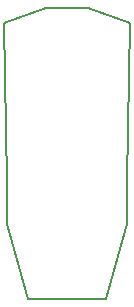
<source format=gbr>
G04 #@! TF.GenerationSoftware,KiCad,Pcbnew,5.0.2-bee76a0~70~ubuntu18.04.1*
G04 #@! TF.CreationDate,2019-01-09T21:10:10+01:00*
G04 #@! TF.ProjectId,hackeruberaschungproto,6861636b-6572-4756-9265-726173636875,rev?*
G04 #@! TF.SameCoordinates,Original*
G04 #@! TF.FileFunction,Profile,NP*
%FSLAX46Y46*%
G04 Gerber Fmt 4.6, Leading zero omitted, Abs format (unit mm)*
G04 Created by KiCad (PCBNEW 5.0.2-bee76a0~70~ubuntu18.04.1) date wo 09 jan 2019 21:10:10 CET*
%MOMM*%
%LPD*%
G01*
G04 APERTURE LIST*
%ADD10C,0.150000*%
G04 APERTURE END LIST*
D10*
X110490000Y-84328000D02*
X112268000Y-90678000D01*
X110490000Y-80772000D02*
X110490000Y-84328000D01*
X110236000Y-67310000D02*
X110490000Y-80772000D01*
X113792000Y-66040000D02*
X110236000Y-67310000D01*
X117348000Y-66040000D02*
X113792000Y-66040000D01*
X120904000Y-67310000D02*
X117348000Y-66040000D01*
X120650000Y-80772000D02*
X120904000Y-67310000D01*
X120650000Y-84328000D02*
X120650000Y-80772000D01*
X118872000Y-90678000D02*
X120650000Y-84328000D01*
X112268000Y-90678000D02*
X118872000Y-90678000D01*
M02*

</source>
